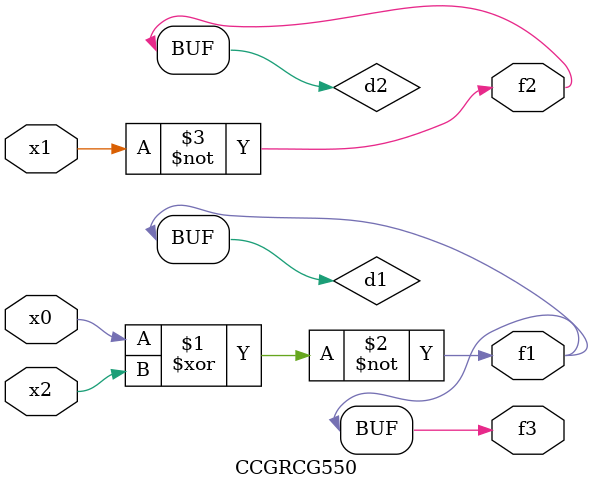
<source format=v>
module CCGRCG550(
	input x0, x1, x2,
	output f1, f2, f3
);

	wire d1, d2, d3;

	xnor (d1, x0, x2);
	nand (d2, x1);
	nor (d3, x1, x2);
	assign f1 = d1;
	assign f2 = d2;
	assign f3 = d1;
endmodule

</source>
